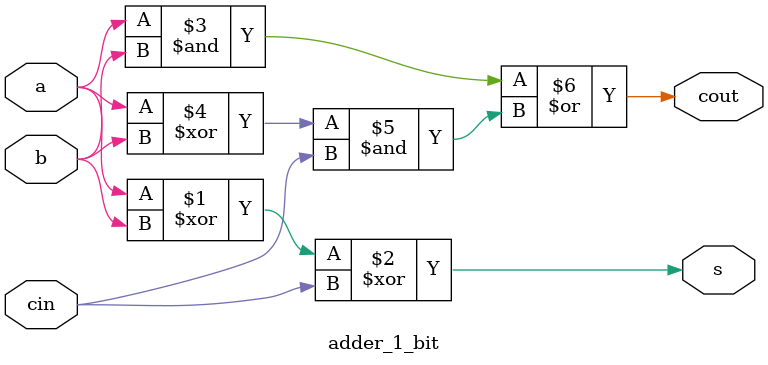
<source format=v>
module adder_1_bit(
	input a,b,cin,
	output s,cout);
	
	assign s = a ^ b ^ cin;
	assign cout = a & b | (a ^ b) & cin;

endmodule
</source>
